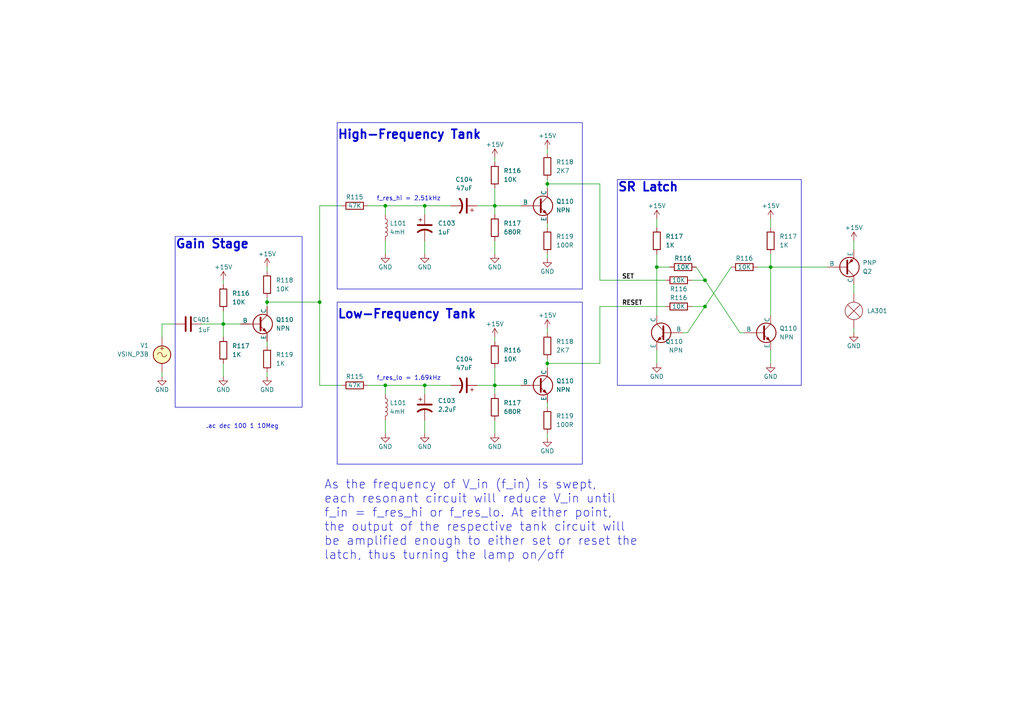
<source format=kicad_sch>
(kicad_sch (version 20230121) (generator eeschema)
  (paper "A4")
  (title_block (title "Frequency Detecting Lamp") (date "2024-02-17") (rev "0") (company "Jim Horwitz & Mark Vaughn, Jork Incorporated") (comment 1 "This lamp dislikes frequencies between 1.6 and 2.4kHz") (comment 2 "Two parallel resonant filters operate an SR latch at their resonant frequencies"))
  (lib_symbols
    (symbol "Device:C" (pin_numbers hide) (pin_names (offset 0.254))
      (property "Reference" "C" (at 0.635 2.54 0))
      (property "Value" "C" (at 0.635 -2.54 0))
      (symbol "C_0_1"
        (polyline (pts (xy -2.032 -0.762) (xy 2.032 -0.762)) (stroke (width 0.508)))
        (polyline (pts (xy -2.032 0.762) (xy 2.032 0.762)) (stroke (width 0.508)))
      )
      (symbol "C_1_1"
        (pin passive line (at 0 3.81 270) (length 2.794) (name "~") (number "1"))
        (pin passive line (at 0 -3.81 90) (length 2.794) (name "~") (number "2"))
      )
    )
    (symbol "Device:C_Polarized_US" (pin_numbers hide) (pin_names (offset 0.254) hide)
      (property "Reference" "C" (at 0.635 2.54 0))
      (property "Value" "C_Polarized_US" (at 0.635 -2.54 0))
      (symbol "C_Polarized_US_0_1"
        (polyline (pts (xy -2.032 0.762) (xy 2.032 0.762)) (stroke (width 0.508)))
        (polyline (pts (xy -1.778 2.286) (xy -0.762 2.286)))
        (polyline (pts (xy -1.27 1.778) (xy -1.27 2.794)))
        (arc (start 2.032 -1.27) (mid 0 -0.5572) (end -2.032 -1.27) (stroke (width 0.508)))
      )
      (symbol "C_Polarized_US_1_1"
        (pin passive line (at 0 3.81 270) (length 2.794) (name "~") (number "1"))
        (pin passive line (at 0 -3.81 90) (length 3.302) (name "~") (number "2"))
      )
    )
    (symbol "Device:L" (pin_numbers hide) (pin_names (offset 1.016) hide)
      (property "Reference" "L" (at -1.27 0 90))
      (property "Value" "L" (at 1.905 0 90))
      (symbol "L_0_1"
        (arc (start 0 -2.54) (mid 0.6323 -1.905) (end 0 -1.27))
        (arc (start 0 -1.27) (mid 0.6323 -0.635) (end 0 0))
        (arc (start 0 0) (mid 0.6323 0.635) (end 0 1.27))
        (arc (start 0 1.27) (mid 0.6323 1.905) (end 0 2.54))
      )
      (symbol "L_1_1"
        (pin passive line (at 0 3.81 270) (length 1.27) (name "1") (number "1"))
        (pin passive line (at 0 -3.81 90) (length 1.27) (name "2") (number "2"))
      )
    )
    (symbol "Device:Lamp" (pin_numbers hide) (pin_names (offset 0.0254) hide)
      (property "Reference" "LA" (at 0.635 3.81 0))
      (property "Value" "Lamp" (at 0.635 -3.81 0))
      (symbol "Lamp_0_1"
        (polyline (pts (xy -1.778 1.778) (xy 1.778 -1.778)))
        (polyline (pts (xy 1.778 1.778) (xy -1.778 -1.778)))
        (circle (center 0 0) (radius 2.54))
      )
      (symbol "Lamp_1_1"
        (pin passive line (at 0 -5.08 90) (length 2.54) (name "-") (number "1"))
        (pin passive line (at 0 5.08 270) (length 2.54) (name "+") (number "2"))
      )
    )
    (symbol "Device:R" (pin_numbers hide) (pin_names (offset 0))
      (property "Reference" "R" (at 2.032 0 90))
      (property "Value" "R" (at 0 0 90))
      (symbol "R_0_1"
        (rectangle (start -1.016 -2.54) (end 1.016 2.54) (stroke (width 0.254)))
      )
      (symbol "R_1_1"
        (pin passive line (at 0 3.81 270) (length 1.27) (name "~") (number "1"))
        (pin passive line (at 0 -3.81 90) (length 1.27) (name "~") (number "2"))
      )
    )
    (symbol "Simulation_SPICE:NPN" (pin_numbers hide) (pin_names (offset 0))
      (property "Reference" "Q" (at -2.54 7.62 0))
      (property "Value" "NPN" (at -2.54 5.08 0))
      (symbol "NPN_0_1"
        (polyline (pts (xy -2.54 0) (xy 0.635 0)) (stroke (width 0.1524)))
        (polyline (pts (xy 0.635 0.635) (xy 2.54 2.54)))
        (polyline (pts (xy 2.794 -1.27) (xy 2.794 -1.27)) (stroke (width 0.1524)))
        (polyline (pts (xy 2.794 -1.27) (xy 2.794 -1.27)) (stroke (width 0.1524)))
        (polyline (pts (xy 0.635 -0.635) (xy 2.54 -2.54) (xy 2.54 -2.54)))
        (polyline (pts (xy 0.635 1.905) (xy 0.635 -1.905) (xy 0.635 -1.905)) (stroke (width 0.508)))
        (polyline (pts (xy 1.27 -1.778) (xy 1.778 -1.27) (xy 2.286 -2.286) (xy 1.27 -1.778) (xy 1.27 -1.778)) (fill (type outline)))
        (circle (center 1.27 0) (radius 2.8194) (stroke (width 0.254)))
      )
      (symbol "NPN_1_1"
        (pin open_collector line (at 2.54 5.08 270) (length 2.54) (name "C") (number "1"))
        (pin input line (at -5.08 0 0) (length 2.54) (name "B") (number "2"))
        (pin open_emitter line (at 2.54 -5.08 90) (length 2.54) (name "E") (number "3"))
      )
    )
    (symbol "Simulation_SPICE:PNP" (pin_numbers hide) (pin_names (offset 0))
      (property "Reference" "Q" (at -2.54 7.62 0))
      (property "Value" "PNP" (at -2.54 5.08 0))
      (symbol "PNP_0_1"
        (polyline (pts (xy -2.54 0) (xy 0.635 0)) (stroke (width 0.1524)))
        (polyline (pts (xy 0.635 0.635) (xy 2.54 2.54)))
        (polyline (pts (xy 0.635 -0.635) (xy 2.54 -2.54) (xy 2.54 -2.54)))
        (polyline (pts (xy 0.635 1.905) (xy 0.635 -1.905) (xy 0.635 -1.905)) (stroke (width 0.508)))
        (polyline (pts (xy 2.286 -1.778) (xy 1.778 -2.286) (xy 1.27 -1.27) (xy 2.286 -1.778) (xy 2.286 -1.778)) (fill (type outline)))
        (circle (center 1.27 0) (radius 2.8194) (stroke (width 0.254)))
      )
      (symbol "PNP_1_1"
        (pin open_collector line (at 2.54 5.08 270) (length 2.54) (name "C") (number "1"))
        (pin input line (at -5.08 0 0) (length 2.54) (name "B") (number "2"))
        (pin open_emitter line (at 2.54 -5.08 90) (length 2.54) (name "E") (number "3"))
      )
    )
    (symbol "Simulation_SPICE:VSIN" (pin_numbers hide) (pin_names (offset 0.0254))
      (property "Reference" "V" (at 2.54 2.54 0))
      (property "Value" "VSIN" (at 2.54 0 0))
      (property "Sim.Params" "dc=0 ampl=1 f=1k ac=1" (at 2.54 -2.54 0))
      (symbol "VSIN_0_0"
        (arc (start 0 0) (mid -0.635 0.6323) (end -1.27 0))
        (arc (start 0 0) (mid 0.635 -0.6323) (end 1.27 0))
        (text "+" (at 0 1.905 0) (effects (font (size 1.27 1.27))))
      )
      (symbol "VSIN_0_1"
        (circle (center 0 0) (radius 2.54) (stroke (width 0.254)) (fill (type background)))
      )
      (symbol "VSIN_1_1"
        (pin passive line (at 0 5.08 270) (length 2.54) (name "~") (number "1"))
        (pin passive line (at 0 -5.08 90) (length 2.54) (name "~") (number "2"))
      )
    )
    (symbol "power:+15V" (power) (pin_names (offset 0))
      (property "Value" "+15V" (at 0 3.556 0))
      (symbol "+15V_0_1"
        (polyline (pts (xy -0.762 1.27) (xy 0 2.54)))
        (polyline (pts (xy 0 0) (xy 0 2.54)))
        (polyline (pts (xy 0 2.54) (xy 0.762 1.27)))
      )
      (symbol "+15V_1_1"
        (pin power_in line (at 0 0 90) (length 0) hide (name "+15V") (number "1"))
      )
    )
    (symbol "power:GND" (power) (pin_names (offset 0))
      (property "Value" "GND" (at 0 -3.81 0))
      (symbol "GND_0_1"
        (polyline (pts (xy 0 0) (xy 0 -1.27) (xy 1.27 -1.27) (xy 0 -2.54) (xy -1.27 -1.27) (xy 0 -1.27)))
      )
      (symbol "GND_1_1"
        (pin power_in line (at 0 0 270) (length 0) hide (name "GND") (number "1"))
      )
    )
  )
  (junction (at 204.47 81.28))
  (junction (at 204.47 88.9))
  (junction (at 123.19 59.69))
  (junction (at 158.75 105.41))
  (junction (at 111.76 59.69))
  (junction (at 190.5 77.47))
  (junction (at 158.75 53.34))
  (junction (at 223.52 77.47))
  (junction (at 64.77 93.98))
  (junction (at 92.71 87.63))
  (junction (at 111.76 111.76))
  (junction (at 123.19 111.76))
  (junction (at 143.51 111.76))
  (junction (at 77.47 87.63))
  (junction (at 143.51 59.69))
  (wire (pts (xy 143.51 97.79) (xy 143.51 99.06)))
  (wire (pts (xy 201.93 77.47) (xy 204.47 81.28)))
  (wire (pts (xy 173.99 81.28) (xy 193.04 81.28)))
  (wire (pts (xy 77.47 86.36) (xy 77.47 87.63)))
  (wire (pts (xy 204.47 88.9) (xy 212.09 77.47)))
  (wire (pts (xy 190.5 77.47) (xy 194.31 77.47)))
  (wire (pts (xy 200.66 88.9) (xy 204.47 88.9)))
  (wire (pts (xy 223.52 77.47) (xy 219.71 77.47)))
  (wire (pts (xy 158.75 125.73) (xy 158.75 127)))
  (wire (pts (xy 143.51 121.92) (xy 143.51 125.73)))
  (wire (pts (xy 77.47 99.06) (xy 77.47 100.33)))
  (wire (pts (xy 143.51 45.72) (xy 143.51 46.99)))
  (wire (pts (xy 223.52 77.47) (xy 223.52 91.44)))
  (wire (pts (xy 158.75 105.41) (xy 158.75 106.68)))
  (wire (pts (xy 64.77 90.17) (xy 64.77 93.98)))
  (wire (pts (xy 247.65 72.39) (xy 247.65 69.85)))
  (wire (pts (xy 46.99 107.95) (xy 46.99 109.22)))
  (wire (pts (xy 69.85 93.98) (xy 64.77 93.98)))
  (wire (pts (xy 158.75 105.41) (xy 173.99 105.41)))
  (wire (pts (xy 138.43 111.76) (xy 143.51 111.76)))
  (wire (pts (xy 215.9 96.52) (xy 214.63 96.52)))
  (wire (pts (xy 223.52 63.5) (xy 223.52 66.04)))
  (wire (pts (xy 77.47 107.95) (xy 77.47 109.22)))
  (wire (pts (xy 92.71 59.69) (xy 99.06 59.69)))
  (wire (pts (xy 123.19 59.69) (xy 130.81 59.69)))
  (wire (pts (xy 223.52 77.47) (xy 240.03 77.47)))
  (wire (pts (xy 77.47 77.47) (xy 77.47 78.74)))
  (wire (pts (xy 111.76 59.69) (xy 123.19 59.69)))
  (wire (pts (xy 64.77 105.41) (xy 64.77 109.22)))
  (wire (pts (xy 138.43 59.69) (xy 143.51 59.69)))
  (wire (pts (xy 173.99 88.9) (xy 193.04 88.9)))
  (wire (pts (xy 143.51 59.69) (xy 143.51 62.23)))
  (wire (pts (xy 158.75 64.77) (xy 158.75 66.04)))
  (wire (pts (xy 123.19 69.85) (xy 123.19 73.66)))
  (wire (pts (xy 143.51 106.68) (xy 143.51 111.76)))
  (wire (pts (xy 64.77 93.98) (xy 64.77 97.79)))
  (wire (pts (xy 158.75 53.34) (xy 158.75 54.61)))
  (wire (pts (xy 190.5 63.5) (xy 190.5 66.04)))
  (wire (pts (xy 50.8 93.98) (xy 46.99 93.98)))
  (wire (pts (xy 77.47 87.63) (xy 77.47 88.9)))
  (wire (pts (xy 173.99 53.34) (xy 173.99 81.28)))
  (wire (pts (xy 143.51 111.76) (xy 143.51 114.3)))
  (wire (pts (xy 111.76 111.76) (xy 111.76 114.3)))
  (wire (pts (xy 158.75 116.84) (xy 158.75 118.11)))
  (wire (pts (xy 223.52 73.66) (xy 223.52 77.47)))
  (wire (pts (xy 158.75 53.34) (xy 173.99 53.34)))
  (wire (pts (xy 158.75 73.66) (xy 158.75 74.93)))
  (wire (pts (xy 190.5 101.6) (xy 190.5 105.41)))
  (wire (pts (xy 111.76 111.76) (xy 123.19 111.76)))
  (wire (pts (xy 77.47 87.63) (xy 92.71 87.63)))
  (wire (pts (xy 58.42 93.98) (xy 64.77 93.98)))
  (wire (pts (xy 200.66 81.28) (xy 204.47 81.28)))
  (wire (pts (xy 190.5 77.47) (xy 190.5 91.44)))
  (wire (pts (xy 106.68 111.76) (xy 111.76 111.76)))
  (wire (pts (xy 247.65 95.25) (xy 247.65 96.52)))
  (wire (pts (xy 247.65 82.55) (xy 247.65 85.09)))
  (wire (pts (xy 111.76 69.85) (xy 111.76 73.66)))
  (wire (pts (xy 64.77 81.28) (xy 64.77 82.55)))
  (wire (pts (xy 143.51 54.61) (xy 143.51 59.69)))
  (wire (pts (xy 92.71 111.76) (xy 92.71 87.63)))
  (wire (pts (xy 158.75 43.18) (xy 158.75 44.45)))
  (wire (pts (xy 204.47 81.28) (xy 214.63 96.52)))
  (wire (pts (xy 198.12 96.52) (xy 199.39 96.52)))
  (wire (pts (xy 123.19 111.76) (xy 130.81 111.76)))
  (wire (pts (xy 223.52 101.6) (xy 223.52 105.41)))
  (wire (pts (xy 158.75 52.07) (xy 158.75 53.34)))
  (wire (pts (xy 123.19 59.69) (xy 123.19 62.23)))
  (wire (pts (xy 199.39 96.52) (xy 204.47 88.9)))
  (wire (pts (xy 111.76 59.69) (xy 111.76 62.23)))
  (wire (pts (xy 158.75 95.25) (xy 158.75 96.52)))
  (wire (pts (xy 106.68 59.69) (xy 111.76 59.69)))
  (wire (pts (xy 190.5 73.66) (xy 190.5 77.47)))
  (wire (pts (xy 143.51 59.69) (xy 151.13 59.69)))
  (wire (pts (xy 173.99 105.41) (xy 173.99 88.9)))
  (wire (pts (xy 158.75 104.14) (xy 158.75 105.41)))
  (wire (pts (xy 99.06 111.76) (xy 92.71 111.76)))
  (wire (pts (xy 143.51 111.76) (xy 151.13 111.76)))
  (wire (pts (xy 123.19 121.92) (xy 123.19 125.73)))
  (wire (pts (xy 143.51 69.85) (xy 143.51 73.66)))
  (wire (pts (xy 46.99 93.98) (xy 46.99 97.79)))
  (wire (pts (xy 111.76 121.92) (xy 111.76 125.73)))
  (wire (pts (xy 92.71 87.63) (xy 92.71 59.69)))
  (wire (pts (xy 123.19 111.76) (xy 123.19 114.3)))
  (rectangle (start 179.07 52.07) (end 232.41 111.76))
  (rectangle (start 97.79 35.56) (end 168.91 83.82))
  (rectangle (start 50.8 68.58) (end 87.63 118.11))
  (rectangle (start 97.79 87.63) (end 168.91 134.62))
  (text "f_res_lo = 1.69kHz" (at 109.22 110.49 0) (effects (font (size 1.27 1.27)) (justify left bottom)))
  (text ".ac dec 100 1 10Meg" (at 59.69 124.46 0) (effects (font (size 1.27 1.27)) (justify left bottom)))
  (text "f_res_hi = 2.51kHz" (at 109.22 58.42 0) (effects (font (size 1.27 1.27)) (justify left bottom)))
  (text "Low-Frequency Tank" (at 97.79 92.71 0) (effects (font (size 2.54 2.54) (thickness 0.508) bold) (justify left bottom)))
  (text "High-Frequency Tank" (at 97.79 40.64 0) (effects (font (size 2.54 2.54) (thickness 0.508) bold) (justify left bottom)))
  (text "As the frequency of V_in (f_in) is swept,\neach resonant circuit will reduce V_in until\nf_in = f_res_hi or f_res_lo. At either point,\nthe output of the respective tank circuit will\nbe amplified enough to either set or reset the\nlatch, thus turning the lamp on/off" (at 93.98 162.56 0) (effects (font (size 2.54 2.54)) (justify left bottom)))
  (text "Gain Stage" (at 50.8 72.39 0) (effects (font (size 2.54 2.54) (thickness 0.508) bold) (justify left bottom)))
  (text "SR Latch" (at 179.07 55.88 0) (effects (font (size 2.54 2.54) (thickness 0.508) bold) (justify left bottom)))
  (label "RESET" (at 180.34 88.9 0) (effects (font (thickness 0.254) bold)))
  (label "SET" (at 180.34 81.28 0) (effects (font (thickness 0.254) bold)))
  (symbol (lib_id "Simulation_SPICE:NPN") (at 220.98 96.52 0) (unit 1)
    (property "Reference" "Q110" (at 226.06 95.25 0) (effects (justify left)))
    (property "Value" "NPN" (at 226.06 97.79 0) (effects (justify left)))
    (property "Sim.Device" "NPN" (effects hide))
    (property "Sim.Type" "GUMMELPOON" (effects hide))
    (property "Sim.Pins" "1=C 2=B 3=E" (effects hide))
    (instances (project "Lab05" (path "" (reference "Q110") (unit 1)) (path "" (reference "Q405") (unit 1))))
  )
  (symbol (lib_id "Device:R") (at 102.87 59.69 90) (unit 1)
    (property "Reference" "R115" (at 102.87 57.15 90))
    (property "Value" "47K" (at 102.87 59.69 90))
    (instances (project "Lab05" (path "" (reference "R115") (unit 1)) (path "" (reference "R405") (unit 1))))
  )
  (symbol (lib_id "Device:R") (at 158.75 100.33 0) (unit 1)
    (property "Reference" "R118" (at 161.29 99.06 0) (effects (justify left)))
    (property "Value" "2K7" (at 161.29 101.6 0) (effects (justify left)))
    (instances (project "Lab05" (path "" (reference "R118") (unit 1)) (path "" (reference "R413") (unit 1))))
  )
  (symbol (lib_id "power:+15V") (at 247.65 69.85 0) (unit 1)
    (property "Reference" "#PWR0129" (effects hide))
    (property "Value" "+15V" (at 247.65 66.04 0))
    (instances (project "Lab05" (path "" (reference "#PWR0129") (unit 1)) (path "" (reference "#PWR0422") (unit 1))))
  )
  (symbol (lib_id "Device:R") (at 77.47 104.14 0) (unit 1)
    (property "Reference" "R119" (at 80.01 102.87 0) (effects (justify left)))
    (property "Value" "1K" (at 80.01 105.41 0) (effects (justify left)))
    (instances (project "Lab05" (path "" (reference "R119") (unit 1)) (path "" (reference "R404") (unit 1))))
  )
  (symbol (lib_id "power:+15V") (at 64.77 81.28 0) (unit 1)
    (property "Reference" "#PWR0127" (effects hide))
    (property "Value" "+15V" (at 64.77 77.47 0))
    (instances (project "Lab05" (path "" (reference "#PWR0127") (unit 1)) (path "" (reference "#PWR0402") (unit 1))))
  )
  (symbol (lib_id "Device:L") (at 111.76 66.04 0) (unit 1)
    (property "Reference" "L101" (at 113.03 64.77 0) (effects (justify left)))
    (property "Value" "4mH" (at 113.03 67.31 0) (effects (justify left)))
    (instances (project "Lab05" (path "" (reference "L101") (unit 1)) (path "" (reference "L401") (unit 1))))
  )
  (symbol (lib_id "Device:R") (at 143.51 102.87 0) (unit 1)
    (property "Reference" "R116" (at 146.05 101.6 0) (effects (justify left)))
    (property "Value" "10K" (at 146.05 104.14 0) (effects (justify left)))
    (instances (project "Lab05" (path "" (reference "R116") (unit 1)) (path "" (reference "R409") (unit 1))))
  )
  (symbol (lib_id "power:GND") (at 158.75 74.93 0) (unit 1)
    (property "Reference" "#PWR017" (effects hide))
    (property "Value" "GND" (at 158.75 78.74 0))
    (instances (project "Lab05" (path "" (reference "#PWR017") (unit 1)) (path "" (reference "#PWR016") (unit 1)) (path "" (reference "#PWR0415") (unit 1)) (path "" (reference "#PWR0130") (unit 1))))
  )
  (symbol (lib_id "power:GND") (at 143.51 125.73 0) (unit 1)
    (property "Reference" "#PWR017" (effects hide))
    (property "Value" "GND" (at 143.51 129.54 0))
    (instances (project "Lab05" (path "" (reference "#PWR017") (unit 1)) (path "" (reference "#PWR016") (unit 1)) (path "" (reference "#PWR0413") (unit 1)) (path "" (reference "#PWR0128") (unit 1))))
  )
  (symbol (lib_id "Device:Lamp") (at 247.65 90.17 0) (unit 1)
    (property "Reference" "LA301" (at 251.46 90.17 0) (effects (justify left)))
    (property "Value" "${SIM.PARAMS}" (effects hide))
    (property "Sim.Device" "D" (effects hide))
    (property "Sim.Params" "vj=10" (effects hide))
    (property "Sim.Pins" "1=A 2=K" (effects hide))
    (instances (project "Lab05" (path "" (reference "LA301") (unit 1)) (path "" (reference "LA401") (unit 1))))
  )
  (symbol (lib_id "Device:L") (at 111.76 118.11 0) (unit 1)
    (property "Reference" "L101" (at 113.03 116.84 0) (effects (justify left)))
    (property "Value" "4mH" (at 113.03 119.38 0) (effects (justify left)))
    (instances (project "Lab05" (path "" (reference "L101") (unit 1)) (path "" (reference "L402") (unit 1))))
  )
  (symbol (lib_id "power:+15V") (at 143.51 97.79 0) (unit 1)
    (property "Reference" "#PWR0127" (effects hide))
    (property "Value" "+15V" (at 143.51 93.98 0))
    (instances (project "Lab05" (path "" (reference "#PWR0127") (unit 1)) (path "" (reference "#PWR0412") (unit 1))))
  )
  (symbol (lib_id "Simulation_SPICE:NPN") (at 156.21 59.69 0) (unit 1)
    (property "Reference" "Q110" (at 161.29 58.42 0) (effects (justify left)))
    (property "Value" "NPN" (at 161.29 60.96 0) (effects (justify left)))
    (property "Sim.Device" "NPN" (effects hide))
    (property "Sim.Type" "GUMMELPOON" (effects hide))
    (property "Sim.Pins" "1=C 2=B 3=E" (effects hide))
    (instances (project "Lab05" (path "" (reference "Q110") (unit 1)) (path "" (reference "Q402") (unit 1))))
  )
  (symbol (lib_id "Device:R") (at 64.77 101.6 0) (unit 1)
    (property "Reference" "R117" (at 67.31 100.33 0) (effects (justify left)))
    (property "Value" "1K" (at 67.31 102.87 0) (effects (justify left)))
    (instances (project "Lab05" (path "" (reference "R117") (unit 1)) (path "" (reference "R402") (unit 1))))
  )
  (symbol (lib_id "power:+15V") (at 143.51 45.72 0) (unit 1)
    (property "Reference" "#PWR0127" (effects hide))
    (property "Value" "+15V" (at 143.51 41.91 0))
    (instances (project "Lab05" (path "" (reference "#PWR0127") (unit 1)) (path "" (reference "#PWR0410") (unit 1))))
  )
  (symbol (lib_id "power:GND") (at 111.76 73.66 0) (unit 1)
    (property "Reference" "#PWR017" (effects hide))
    (property "Value" "GND" (at 111.76 77.47 0))
    (instances (project "Lab05" (path "" (reference "#PWR017") (unit 1)) (path "" (reference "#PWR016") (unit 1)) (path "" (reference "#PWR0406") (unit 1)) (path "" (reference "#PWR0125") (unit 1))))
  )
  (symbol (lib_id "power:GND") (at 123.19 73.66 0) (unit 1)
    (property "Reference" "#PWR017" (effects hide))
    (property "Value" "GND" (at 123.19 77.47 0))
    (instances (project "Lab05" (path "" (reference "#PWR017") (unit 1)) (path "" (reference "#PWR016") (unit 1)) (path "" (reference "#PWR0408") (unit 1)) (path "" (reference "#PWR0126") (unit 1))))
  )
  (symbol (lib_id "Simulation_SPICE:NPN") (at 193.04 96.52 0) (mirror y) (unit 1)
    (property "Reference" "Q110" (at 198.12 99.06 0) (effects (justify left)))
    (property "Value" "NPN" (at 198.12 101.6 0) (effects (justify left)))
    (property "Sim.Device" "NPN" (effects hide))
    (property "Sim.Type" "GUMMELPOON" (effects hide))
    (property "Sim.Pins" "1=C 2=B 3=E" (effects hide))
    (instances (project "Lab05" (path "" (reference "Q110") (unit 1)) (path "" (reference "Q404") (unit 1))))
  )
  (symbol (lib_id "Simulation_SPICE:NPN") (at 74.93 93.98 0) (unit 1)
    (property "Reference" "Q110" (at 80.01 92.71 0) (effects (justify left)))
    (property "Value" "NPN" (at 80.01 95.25 0) (effects (justify left)))
    (property "Sim.Device" "NPN" (effects hide))
    (property "Sim.Type" "GUMMELPOON" (effects hide))
    (property "Sim.Pins" "1=C 2=B 3=E" (effects hide))
    (instances (project "Lab05" (path "" (reference "Q110") (unit 1)) (path "" (reference "Q401") (unit 1))))
  )
  (symbol (lib_id "Device:R") (at 77.47 82.55 0) (unit 1)
    (property "Reference" "R118" (at 80.01 81.28 0) (effects (justify left)))
    (property "Value" "10K" (at 80.01 83.82 0) (effects (justify left)))
    (instances (project "Lab05" (path "" (reference "R118") (unit 1)) (path "" (reference "R403") (unit 1))))
  )
  (symbol (lib_id "Device:C_Polarized_US") (at 134.62 111.76 270) (mirror x) (unit 1)
    (property "Reference" "C104" (at 134.62 104.14 90))
    (property "Value" "47uF" (at 134.62 106.68 90))
    (instances (project "Lab05" (path "" (reference "C104") (unit 1)) (path "" (reference "C405") (unit 1))))
  )
  (symbol (lib_id "Device:R") (at 190.5 69.85 0) (unit 1)
    (property "Reference" "R117" (at 193.04 68.58 0) (effects (justify left)))
    (property "Value" "1K" (at 193.04 71.12 0) (effects (justify left)))
    (instances (project "Lab05" (path "" (reference "R117") (unit 1)) (path "" (reference "R415") (unit 1))))
  )
  (symbol (lib_id "Device:C") (at 54.61 93.98 90) (unit 1)
    (property "Reference" "C401" (at 58.42 92.71 90))
    (property "Value" "1uF" (at 59.2776 95.6682 90))
  )
  (symbol (lib_id "Device:R") (at 102.87 111.76 90) (unit 1)
    (property "Reference" "R115" (at 102.87 109.22 90))
    (property "Value" "47K" (at 102.87 111.76 90))
    (instances (project "Lab05" (path "" (reference "R115") (unit 1)) (path "" (reference "R406") (unit 1))))
  )
  (symbol (lib_id "Device:C_Polarized_US") (at 123.19 118.11 0) (unit 1)
    (property "Reference" "C103" (at 127 116.205 0) (effects (justify left)))
    (property "Value" "2.2uF" (at 127 118.745 0) (effects (justify left)))
    (instances (project "Lab05" (path "" (reference "C103") (unit 1)) (path "" (reference "C403") (unit 1))))
  )
  (symbol (lib_id "power:GND") (at 46.99 109.22 0) (unit 1)
    (property "Reference" "#PWR017" (effects hide))
    (property "Value" "GND" (at 46.99 113.03 0))
    (instances (project "Lab05" (path "" (reference "#PWR017") (unit 1)) (path "" (reference "#PWR016") (unit 1)) (path "" (reference "#PWR0401") (unit 1)) (path "" (reference "#PWR0124") (unit 1))))
  )
  (symbol (lib_id "Device:R") (at 143.51 50.8 0) (unit 1)
    (property "Reference" "R116" (at 146.05 49.53 0) (effects (justify left)))
    (property "Value" "10K" (at 146.05 52.07 0) (effects (justify left)))
    (instances (project "Lab05" (path "" (reference "R116") (unit 1)) (path "" (reference "R407") (unit 1))))
  )
  (symbol (lib_id "power:GND") (at 143.51 73.66 0) (unit 1)
    (property "Reference" "#PWR017" (effects hide))
    (property "Value" "GND" (at 143.51 77.47 0))
    (instances (project "Lab05" (path "" (reference "#PWR017") (unit 1)) (path "" (reference "#PWR016") (unit 1)) (path "" (reference "#PWR0411") (unit 1)) (path "" (reference "#PWR0128") (unit 1))))
  )
  (symbol (lib_id "Device:R") (at 223.52 69.85 0) (unit 1)
    (property "Reference" "R117" (at 226.06 68.58 0) (effects (justify left)))
    (property "Value" "1K" (at 226.06 71.12 0) (effects (justify left)))
    (instances (project "Lab05" (path "" (reference "R117") (unit 1)) (path "" (reference "R420") (unit 1))))
  )
  (symbol (lib_id "Simulation_SPICE:NPN") (at 156.21 111.76 0) (unit 1)
    (property "Reference" "Q110" (at 161.29 110.49 0) (effects (justify left)))
    (property "Value" "NPN" (at 161.29 113.03 0) (effects (justify left)))
    (property "Sim.Device" "NPN" (effects hide))
    (property "Sim.Type" "GUMMELPOON" (effects hide))
    (property "Sim.Pins" "1=C 2=B 3=E" (effects hide))
    (instances (project "Lab05" (path "" (reference "Q110") (unit 1)) (path "" (reference "Q403") (unit 1))))
  )
  (symbol (lib_id "power:GND") (at 123.19 125.73 0) (unit 1)
    (property "Reference" "#PWR017" (effects hide))
    (property "Value" "GND" (at 123.19 129.54 0))
    (instances (project "Lab05" (path "" (reference "#PWR017") (unit 1)) (path "" (reference "#PWR016") (unit 1)) (path "" (reference "#PWR0409") (unit 1)) (path "" (reference "#PWR0126") (unit 1))))
  )
  (symbol (lib_id "Device:C_Polarized_US") (at 134.62 59.69 270) (mirror x) (unit 1)
    (property "Reference" "C104" (at 134.62 52.07 90))
    (property "Value" "47uF" (at 134.62 54.61 90))
    (instances (project "Lab05" (path "" (reference "C104") (unit 1)) (path "" (reference "C404") (unit 1))))
  )
  (symbol (lib_id "Device:R") (at 198.12 77.47 90) (unit 1)
    (property "Reference" "R116" (at 198.12 74.93 90))
    (property "Value" "10K" (at 198.12 77.47 90))
    (instances (project "Lab05" (path "" (reference "R116") (unit 1)) (path "" (reference "R418") (unit 1))))
  )
  (symbol (lib_id "power:GND") (at 223.52 105.41 0) (unit 1)
    (property "Reference" "#PWR017" (effects hide))
    (property "Value" "GND" (at 223.52 109.22 0))
    (instances (project "Lab05" (path "" (reference "#PWR017") (unit 1)) (path "" (reference "#PWR016") (unit 1)) (path "" (reference "#PWR0421") (unit 1)) (path "" (reference "#PWR0130") (unit 1))))
  )
  (symbol (lib_id "Device:R") (at 143.51 66.04 0) (unit 1)
    (property "Reference" "R117" (at 146.05 64.77 0) (effects (justify left)))
    (property "Value" "680R" (at 146.05 67.31 0) (effects (justify left)))
    (instances (project "Lab05" (path "" (reference "R117") (unit 1)) (path "" (reference "R408") (unit 1))))
  )
  (symbol (lib_id "Device:R") (at 196.85 88.9 90) (unit 1)
    (property "Reference" "R116" (at 196.85 86.36 90))
    (property "Value" "10K" (at 196.85 88.9 90))
    (instances (project "Lab05" (path "" (reference "R116") (unit 1)) (path "" (reference "R417") (unit 1))))
  )
  (symbol (lib_id "power:+15V") (at 190.5 63.5 0) (unit 1)
    (property "Reference" "#PWR0129" (effects hide))
    (property "Value" "+15V" (at 190.5 59.69 0))
    (instances (project "Lab05" (path "" (reference "#PWR0129") (unit 1)) (path "" (reference "#PWR0418") (unit 1))))
  )
  (symbol (lib_id "power:GND") (at 64.77 109.22 0) (unit 1)
    (property "Reference" "#PWR017" (effects hide))
    (property "Value" "GND" (at 64.77 113.03 0))
    (instances (project "Lab05" (path "" (reference "#PWR017") (unit 1)) (path "" (reference "#PWR016") (unit 1)) (path "" (reference "#PWR0403") (unit 1)) (path "" (reference "#PWR0128") (unit 1))))
  )
  (symbol (lib_id "power:+15V") (at 223.52 63.5 0) (unit 1)
    (property "Reference" "#PWR0129" (effects hide))
    (property "Value" "+15V" (at 223.52 59.69 0))
    (instances (project "Lab05" (path "" (reference "#PWR0129") (unit 1)) (path "" (reference "#PWR0420") (unit 1))))
  )
  (symbol (lib_id "power:GND") (at 77.47 109.22 0) (unit 1)
    (property "Reference" "#PWR017" (effects hide))
    (property "Value" "GND" (at 77.47 113.03 0))
    (instances (project "Lab05" (path "" (reference "#PWR017") (unit 1)) (path "" (reference "#PWR016") (unit 1)) (path "" (reference "#PWR0405") (unit 1)) (path "" (reference "#PWR0130") (unit 1))))
  )
  (symbol (lib_id "Device:R") (at 143.51 118.11 0) (unit 1)
    (property "Reference" "R117" (at 146.05 116.84 0) (effects (justify left)))
    (property "Value" "680R" (at 146.05 119.38 0) (effects (justify left)))
    (instances (project "Lab05" (path "" (reference "R117") (unit 1)) (path "" (reference "R410") (unit 1))))
  )
  (symbol (lib_id "Device:R") (at 64.77 86.36 0) (unit 1)
    (property "Reference" "R116" (at 67.31 85.09 0) (effects (justify left)))
    (property "Value" "10K" (at 67.31 87.63 0) (effects (justify left)))
    (instances (project "Lab05" (path "" (reference "R116") (unit 1)) (path "" (reference "R401") (unit 1))))
  )
  (symbol (lib_id "Device:R") (at 158.75 69.85 0) (unit 1)
    (property "Reference" "R119" (at 161.29 68.58 0) (effects (justify left)))
    (property "Value" "100R" (at 161.29 71.12 0) (effects (justify left)))
    (instances (project "Lab05" (path "" (reference "R119") (unit 1)) (path "" (reference "R412") (unit 1))))
  )
  (symbol (lib_id "Device:R") (at 196.85 81.28 90) (unit 1)
    (property "Reference" "R116" (at 196.85 83.82 90))
    (property "Value" "10K" (at 196.85 81.28 90))
    (instances (project "Lab05" (path "" (reference "R116") (unit 1)) (path "" (reference "R416") (unit 1))))
  )
  (symbol (lib_id "Device:C_Polarized_US") (at 123.19 66.04 0) (unit 1)
    (property "Reference" "C103" (at 127 64.77 0) (effects (justify left)))
    (property "Value" "1uF" (at 127 67.31 0) (effects (justify left)))
    (instances (project "Lab05" (path "" (reference "C103") (unit 1)) (path "" (reference "C402") (unit 1))))
  )
  (symbol (lib_id "power:GND") (at 158.75 127 0) (unit 1)
    (property "Reference" "#PWR017" (effects hide))
    (property "Value" "GND" (at 158.75 130.81 0))
    (instances (project "Lab05" (path "" (reference "#PWR017") (unit 1)) (path "" (reference "#PWR016") (unit 1)) (path "" (reference "#PWR0417") (unit 1)) (path "" (reference "#PWR0130") (unit 1))))
  )
  (symbol (lib_id "power:GND") (at 247.65 96.52 0) (unit 1)
    (property "Reference" "#PWR017" (effects hide))
    (property "Value" "GND" (at 247.65 100.33 0))
    (instances (project "Lab05" (path "" (reference "#PWR017") (unit 1)) (path "" (reference "#PWR016") (unit 1)) (path "" (reference "#PWR0423") (unit 1)) (path "" (reference "#PWR0126") (unit 1))))
  )
  (symbol (lib_id "Simulation_SPICE:PNP") (at 245.11 77.47 0) (mirror x) (unit 1)
    (property "Reference" "Q2" (at 250.19 78.74 0) (effects (justify left)))
    (property "Value" "PNP" (at 250.19 76.2 0) (effects (justify left)))
    (property "Sim.Device" "PNP" (effects hide))
    (property "Sim.Type" "GUMMELPOON" (effects hide))
    (property "Sim.Pins" "1=C 2=B 3=E" (effects hide))
    (instances (project "Lab05" (path "" (reference "Q2") (unit 1)) (path "" (reference "Q308") (unit 1)) (path "" (reference "Q406") (unit 1)) (path "" (reference "Q13") (unit 1))))
  )
  (symbol (lib_id "power:GND") (at 111.76 125.73 0) (unit 1)
    (property "Reference" "#PWR017" (effects hide))
    (property "Value" "GND" (at 111.76 129.54 0))
    (instances (project "Lab05" (path "" (reference "#PWR017") (unit 1)) (path "" (reference "#PWR016") (unit 1)) (path "" (reference "#PWR0407") (unit 1)) (path "" (reference "#PWR0125") (unit 1))))
  )
  (symbol (lib_id "power:+15V") (at 158.75 43.18 0) (unit 1)
    (property "Reference" "#PWR0129" (effects hide))
    (property "Value" "+15V" (at 158.75 39.37 0))
    (instances (project "Lab05" (path "" (reference "#PWR0129") (unit 1)) (path "" (reference "#PWR0414") (unit 1))))
  )
  (symbol (lib_id "Device:R") (at 158.75 121.92 0) (unit 1)
    (property "Reference" "R119" (at 161.29 120.65 0) (effects (justify left)))
    (property "Value" "100R" (at 161.29 123.19 0) (effects (justify left)))
    (instances (project "Lab05" (path "" (reference "R119") (unit 1)) (path "" (reference "R414") (unit 1))))
  )
  (symbol (lib_id "Device:R") (at 158.75 48.26 0) (unit 1)
    (property "Reference" "R118" (at 161.29 46.99 0) (effects (justify left)))
    (property "Value" "2K7" (at 161.29 49.53 0) (effects (justify left)))
    (instances (project "Lab05" (path "" (reference "R118") (unit 1)) (path "" (reference "R411") (unit 1))))
  )
  (symbol (lib_id "Device:R") (at 215.9 77.47 270) (mirror x) (unit 1)
    (property "Reference" "R116" (at 215.9 74.93 90))
    (property "Value" "10K" (at 215.9 77.47 90))
    (instances (project "Lab05" (path "" (reference "R116") (unit 1)) (path "" (reference "R419") (unit 1))))
  )
  (symbol (lib_id "Simulation_SPICE:VSIN") (at 46.99 102.87 0) (unit 1)
    (property "Reference" "V1" (at 43.18 100.2002 0) (effects (justify right)))
    (property "Value" "VSIN_P3B" (at 43.18 102.7402 0) (effects (justify right)))
    (property "Sim.Pins" "1=+ 2=-" (effects hide))
    (property "Sim.Params" "dc=0 ampl=0.01 f=1.6k ac=1" (effects hide))
    (property "Sim.Type" "SIN" (effects hide))
    (property "Sim.Device" "V" (effects hide))
    (instances (project "Lab05" (path "" (reference "V1") (unit 1)) (path "" (reference "V1") (unit 1)) (path "" (reference "V401") (unit 1)) (path "" (reference "V103") (unit 1))))
  )
  (symbol (lib_id "power:+15V") (at 77.47 77.47 0) (unit 1)
    (property "Reference" "#PWR0129" (effects hide))
    (property "Value" "+15V" (at 77.47 73.66 0))
    (instances (project "Lab05" (path "" (reference "#PWR0129") (unit 1)) (path "" (reference "#PWR0404") (unit 1))))
  )
  (symbol (lib_id "power:GND") (at 190.5 105.41 0) (unit 1)
    (property "Reference" "#PWR017" (effects hide))
    (property "Value" "GND" (at 190.5 109.22 0))
    (instances (project "Lab05" (path "" (reference "#PWR017") (unit 1)) (path "" (reference "#PWR016") (unit 1)) (path "" (reference "#PWR0419") (unit 1)) (path "" (reference "#PWR0130") (unit 1))))
  )
  (symbol (lib_id "power:+15V") (at 158.75 95.25 0) (unit 1)
    (property "Reference" "#PWR0129" (effects hide))
    (property "Value" "+15V" (at 158.75 91.44 0))
    (instances (project "Lab05" (path "" (reference "#PWR0129") (unit 1)) (path "" (reference "#PWR0416") (unit 1))))
  )
)
</source>
